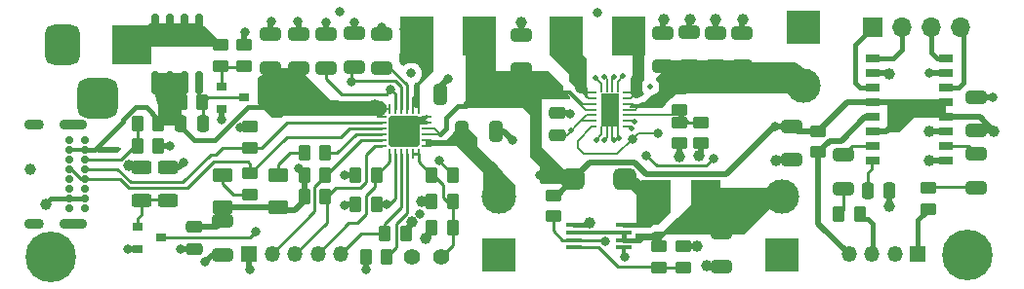
<source format=gtl>
G04 #@! TF.GenerationSoftware,KiCad,Pcbnew,(6.99.0-3780-g6ddc5c1a6e)*
G04 #@! TF.CreationDate,2022-10-12T10:17:30+02:00*
G04 #@! TF.ProjectId,BalthazarPSU3,42616c74-6861-47a6-9172-505355332e6b,v02*
G04 #@! TF.SameCoordinates,Original*
G04 #@! TF.FileFunction,Copper,L1,Top*
G04 #@! TF.FilePolarity,Positive*
%FSLAX46Y46*%
G04 Gerber Fmt 4.6, Leading zero omitted, Abs format (unit mm)*
G04 Created by KiCad (PCBNEW (6.99.0-3780-g6ddc5c1a6e)) date 2022-10-12 10:17:30*
%MOMM*%
%LPD*%
G01*
G04 APERTURE LIST*
G04 Aperture macros list*
%AMRoundRect*
0 Rectangle with rounded corners*
0 $1 Rounding radius*
0 $2 $3 $4 $5 $6 $7 $8 $9 X,Y pos of 4 corners*
0 Add a 4 corners polygon primitive as box body*
4,1,4,$2,$3,$4,$5,$6,$7,$8,$9,$2,$3,0*
0 Add four circle primitives for the rounded corners*
1,1,$1+$1,$2,$3*
1,1,$1+$1,$4,$5*
1,1,$1+$1,$6,$7*
1,1,$1+$1,$8,$9*
0 Add four rect primitives between the rounded corners*
20,1,$1+$1,$2,$3,$4,$5,0*
20,1,$1+$1,$4,$5,$6,$7,0*
20,1,$1+$1,$6,$7,$8,$9,0*
20,1,$1+$1,$8,$9,$2,$3,0*%
G04 Aperture macros list end*
G04 #@! TA.AperFunction,SMDPad,CuDef*
%ADD10O,0.600000X0.240000*%
G04 #@! TD*
G04 #@! TA.AperFunction,SMDPad,CuDef*
%ADD11R,1.580000X2.850000*%
G04 #@! TD*
G04 #@! TA.AperFunction,SMDPad,CuDef*
%ADD12R,0.200000X0.575000*%
G04 #@! TD*
G04 #@! TA.AperFunction,SMDPad,CuDef*
%ADD13RoundRect,0.250000X0.325000X0.650000X-0.325000X0.650000X-0.325000X-0.650000X0.325000X-0.650000X0*%
G04 #@! TD*
G04 #@! TA.AperFunction,SMDPad,CuDef*
%ADD14RoundRect,0.250000X-0.650000X0.325000X-0.650000X-0.325000X0.650000X-0.325000X0.650000X0.325000X0*%
G04 #@! TD*
G04 #@! TA.AperFunction,SMDPad,CuDef*
%ADD15RoundRect,0.250000X0.650000X-0.325000X0.650000X0.325000X-0.650000X0.325000X-0.650000X-0.325000X0*%
G04 #@! TD*
G04 #@! TA.AperFunction,SMDPad,CuDef*
%ADD16RoundRect,0.250000X0.250000X0.475000X-0.250000X0.475000X-0.250000X-0.475000X0.250000X-0.475000X0*%
G04 #@! TD*
G04 #@! TA.AperFunction,SMDPad,CuDef*
%ADD17RoundRect,0.250000X0.625000X-0.375000X0.625000X0.375000X-0.625000X0.375000X-0.625000X-0.375000X0*%
G04 #@! TD*
G04 #@! TA.AperFunction,SMDPad,CuDef*
%ADD18RoundRect,0.250000X-0.450000X0.262500X-0.450000X-0.262500X0.450000X-0.262500X0.450000X0.262500X0*%
G04 #@! TD*
G04 #@! TA.AperFunction,SMDPad,CuDef*
%ADD19RoundRect,0.250000X0.262500X0.450000X-0.262500X0.450000X-0.262500X-0.450000X0.262500X-0.450000X0*%
G04 #@! TD*
G04 #@! TA.AperFunction,SMDPad,CuDef*
%ADD20RoundRect,0.250000X-0.262500X-0.450000X0.262500X-0.450000X0.262500X0.450000X-0.262500X0.450000X0*%
G04 #@! TD*
G04 #@! TA.AperFunction,SMDPad,CuDef*
%ADD21RoundRect,0.250000X0.475000X-0.250000X0.475000X0.250000X-0.475000X0.250000X-0.475000X-0.250000X0*%
G04 #@! TD*
G04 #@! TA.AperFunction,SMDPad,CuDef*
%ADD22RoundRect,0.250000X0.450000X-0.262500X0.450000X0.262500X-0.450000X0.262500X-0.450000X-0.262500X0*%
G04 #@! TD*
G04 #@! TA.AperFunction,SMDPad,CuDef*
%ADD23R,1.300000X0.800000*%
G04 #@! TD*
G04 #@! TA.AperFunction,SMDPad,CuDef*
%ADD24RoundRect,0.062500X-0.350000X-0.062500X0.350000X-0.062500X0.350000X0.062500X-0.350000X0.062500X0*%
G04 #@! TD*
G04 #@! TA.AperFunction,SMDPad,CuDef*
%ADD25RoundRect,0.062500X-0.062500X-0.350000X0.062500X-0.350000X0.062500X0.350000X-0.062500X0.350000X0*%
G04 #@! TD*
G04 #@! TA.AperFunction,ComponentPad*
%ADD26C,0.500000*%
G04 #@! TD*
G04 #@! TA.AperFunction,SMDPad,CuDef*
%ADD27RoundRect,0.251100X-1.098900X-1.098900X1.098900X-1.098900X1.098900X1.098900X-1.098900X1.098900X0*%
G04 #@! TD*
G04 #@! TA.AperFunction,ComponentPad*
%ADD28C,1.400000*%
G04 #@! TD*
G04 #@! TA.AperFunction,ComponentPad*
%ADD29R,3.000000X3.000000*%
G04 #@! TD*
G04 #@! TA.AperFunction,ComponentPad*
%ADD30C,3.000000*%
G04 #@! TD*
G04 #@! TA.AperFunction,ComponentPad*
%ADD31C,0.700000*%
G04 #@! TD*
G04 #@! TA.AperFunction,ComponentPad*
%ADD32O,2.400000X0.900000*%
G04 #@! TD*
G04 #@! TA.AperFunction,ComponentPad*
%ADD33O,1.700000X0.900000*%
G04 #@! TD*
G04 #@! TA.AperFunction,SMDPad,CuDef*
%ADD34R,2.950000X3.500000*%
G04 #@! TD*
G04 #@! TA.AperFunction,ComponentPad*
%ADD35RoundRect,0.875000X-0.875000X-0.875000X0.875000X-0.875000X0.875000X0.875000X-0.875000X0.875000X0*%
G04 #@! TD*
G04 #@! TA.AperFunction,ComponentPad*
%ADD36R,3.500000X3.500000*%
G04 #@! TD*
G04 #@! TA.AperFunction,ComponentPad*
%ADD37RoundRect,0.750000X-0.750000X-1.000000X0.750000X-1.000000X0.750000X1.000000X-0.750000X1.000000X0*%
G04 #@! TD*
G04 #@! TA.AperFunction,SMDPad,CuDef*
%ADD38R,0.900000X0.800000*%
G04 #@! TD*
G04 #@! TA.AperFunction,ComponentPad*
%ADD39R,1.700000X1.700000*%
G04 #@! TD*
G04 #@! TA.AperFunction,ComponentPad*
%ADD40O,1.700000X1.700000*%
G04 #@! TD*
G04 #@! TA.AperFunction,ComponentPad*
%ADD41R,1.350000X1.350000*%
G04 #@! TD*
G04 #@! TA.AperFunction,ComponentPad*
%ADD42O,1.350000X1.350000*%
G04 #@! TD*
G04 #@! TA.AperFunction,SMDPad,CuDef*
%ADD43RoundRect,0.250000X-0.625000X0.312500X-0.625000X-0.312500X0.625000X-0.312500X0.625000X0.312500X0*%
G04 #@! TD*
G04 #@! TA.AperFunction,SMDPad,CuDef*
%ADD44RoundRect,0.250000X0.625000X-0.312500X0.625000X0.312500X-0.625000X0.312500X-0.625000X-0.312500X0*%
G04 #@! TD*
G04 #@! TA.AperFunction,ComponentPad*
%ADD45C,4.400000*%
G04 #@! TD*
G04 #@! TA.AperFunction,SMDPad,CuDef*
%ADD46RoundRect,0.150000X0.150000X-0.825000X0.150000X0.825000X-0.150000X0.825000X-0.150000X-0.825000X0*%
G04 #@! TD*
G04 #@! TA.AperFunction,SMDPad,CuDef*
%ADD47RoundRect,0.450000X-0.550000X-0.450000X0.550000X-0.450000X0.550000X0.450000X-0.550000X0.450000X0*%
G04 #@! TD*
G04 #@! TA.AperFunction,SMDPad,CuDef*
%ADD48R,2.500000X2.300000*%
G04 #@! TD*
G04 #@! TA.AperFunction,SMDPad,CuDef*
%ADD49R,1.450000X0.450000*%
G04 #@! TD*
G04 #@! TA.AperFunction,ViaPad*
%ADD50C,0.800000*%
G04 #@! TD*
G04 #@! TA.AperFunction,ViaPad*
%ADD51C,1.000000*%
G04 #@! TD*
G04 #@! TA.AperFunction,ViaPad*
%ADD52C,0.500000*%
G04 #@! TD*
G04 #@! TA.AperFunction,Conductor*
%ADD53C,0.250000*%
G04 #@! TD*
G04 #@! TA.AperFunction,Conductor*
%ADD54C,0.500000*%
G04 #@! TD*
G04 #@! TA.AperFunction,Conductor*
%ADD55C,0.400000*%
G04 #@! TD*
G04 #@! TA.AperFunction,Conductor*
%ADD56C,0.300000*%
G04 #@! TD*
G04 #@! TA.AperFunction,Conductor*
%ADD57C,0.200000*%
G04 #@! TD*
G04 #@! TA.AperFunction,Conductor*
%ADD58C,0.450000*%
G04 #@! TD*
G04 #@! TA.AperFunction,Conductor*
%ADD59C,0.350000*%
G04 #@! TD*
G04 #@! TA.AperFunction,Conductor*
%ADD60C,1.000000*%
G04 #@! TD*
G04 APERTURE END LIST*
D10*
X153849999Y-69457499D03*
X153849999Y-68957499D03*
X153849999Y-68457499D03*
X153849999Y-67957499D03*
X153849999Y-67457499D03*
X153849999Y-66957499D03*
X153849999Y-66457499D03*
X151049999Y-66457499D03*
X151049999Y-66957499D03*
X151049999Y-67457499D03*
X151049999Y-67957499D03*
X151049999Y-68457499D03*
X151049999Y-68957499D03*
X151049999Y-69457499D03*
D11*
X152449999Y-67957499D03*
D12*
X151759999Y-69669999D03*
X153139999Y-69669999D03*
X152679999Y-69669999D03*
X152219999Y-69669999D03*
X152219999Y-66244999D03*
X151759999Y-66244999D03*
X152679999Y-66244999D03*
X153139999Y-66244999D03*
D13*
X142575000Y-69850000D03*
X139625000Y-69850000D03*
D14*
X132715000Y-61390000D03*
X132715000Y-64340000D03*
X184277000Y-66851000D03*
X184277000Y-69801000D03*
X118872000Y-77646000D03*
X118872000Y-80596000D03*
X125476000Y-61390000D03*
X125476000Y-64340000D03*
D15*
X168275000Y-72341000D03*
X168275000Y-69391000D03*
X184277000Y-74754000D03*
X184277000Y-71804000D03*
D16*
X176718000Y-75057000D03*
X174818000Y-75057000D03*
D15*
X172720000Y-74832000D03*
X172720000Y-71882000D03*
D14*
X127889000Y-61390000D03*
X127889000Y-64340000D03*
D13*
X140730500Y-66611500D03*
X137780500Y-66611500D03*
D17*
X118872000Y-76457000D03*
X118872000Y-73657000D03*
X123698000Y-76457000D03*
X123698000Y-73657000D03*
D18*
X121285000Y-73509500D03*
X121285000Y-75334500D03*
D19*
X127785500Y-71755000D03*
X125960500Y-71755000D03*
X133119500Y-80772000D03*
X131294500Y-80772000D03*
X138837500Y-73660000D03*
X137012500Y-73660000D03*
D18*
X180086000Y-74779500D03*
X180086000Y-76604500D03*
D19*
X138834500Y-75946000D03*
X137009500Y-75946000D03*
D20*
X172315500Y-77089000D03*
X174140500Y-77089000D03*
D21*
X147955000Y-70165000D03*
X147955000Y-68265000D03*
D15*
X157099000Y-64213000D03*
X157099000Y-61263000D03*
X163957000Y-64216000D03*
X163957000Y-61266000D03*
X159385000Y-64210000D03*
X159385000Y-61260000D03*
X161671000Y-64213000D03*
X161671000Y-61263000D03*
D14*
X123063000Y-61390000D03*
X123063000Y-64340000D03*
D15*
X144780000Y-64418000D03*
X144780000Y-61468000D03*
D22*
X158496000Y-67968500D03*
X158496000Y-66143500D03*
X158496000Y-70889500D03*
X158496000Y-69064500D03*
D20*
X137009500Y-78232000D03*
X138834500Y-78232000D03*
D14*
X130302000Y-61341000D03*
X130302000Y-64291000D03*
D23*
X175284999Y-63494999D03*
X175284999Y-64774999D03*
X175284999Y-66034999D03*
X175284999Y-67304999D03*
X175284999Y-68584999D03*
X175284999Y-69854999D03*
X175284999Y-71114999D03*
X175284999Y-72394999D03*
X181584999Y-72394999D03*
X181584999Y-71114999D03*
X181584999Y-69854999D03*
X181584999Y-68584999D03*
X181584999Y-67304999D03*
X181584999Y-66034999D03*
X181584999Y-64774999D03*
X181584999Y-63494999D03*
D18*
X170561000Y-69826500D03*
X170561000Y-71651500D03*
D24*
X132657500Y-68600000D03*
X132657500Y-69100000D03*
X132657500Y-69600000D03*
X132657500Y-70100000D03*
X132657500Y-70600000D03*
X132657500Y-71100000D03*
D25*
X133370000Y-71812500D03*
X133870000Y-71812500D03*
X134370000Y-71812500D03*
X134870000Y-71812500D03*
X135370000Y-71812500D03*
X135870000Y-71812500D03*
D24*
X136582500Y-71100000D03*
X136582500Y-70600000D03*
X136582500Y-70100000D03*
X136582500Y-69600000D03*
X136582500Y-69100000D03*
X136582500Y-68600000D03*
D25*
X135870000Y-67887500D03*
X135370000Y-67887500D03*
X134870000Y-67887500D03*
X134370000Y-67887500D03*
X133870000Y-67887500D03*
X133370000Y-67887500D03*
D26*
X133520000Y-68750000D03*
X133520000Y-69850000D03*
X133520000Y-70950000D03*
X134620000Y-68750000D03*
X134620000Y-69850000D03*
D27*
X134620000Y-69850000D03*
D26*
X134620000Y-70950000D03*
X135720000Y-68750000D03*
X135720000Y-69850000D03*
X135720000Y-70950000D03*
D28*
X135275000Y-80772000D03*
X137815000Y-80772000D03*
D22*
X147574000Y-77239500D03*
X147574000Y-75414500D03*
D29*
X142874999Y-80644999D03*
D30*
X142875000Y-75565000D03*
D29*
X169290999Y-60832999D03*
D30*
X169291000Y-65913000D03*
D29*
X167385999Y-80644999D03*
D30*
X167386000Y-75565000D03*
D31*
X106895000Y-70612000D03*
X106895000Y-71462000D03*
X106895000Y-72312000D03*
X106895000Y-73162000D03*
X106895000Y-74012000D03*
X106895000Y-74862000D03*
X106895000Y-75712000D03*
X106895000Y-76562000D03*
X105545000Y-76562000D03*
X105545000Y-75712000D03*
X105545000Y-74862000D03*
X105545000Y-74012000D03*
X105545000Y-73162000D03*
X105545000Y-72312000D03*
X105545000Y-71462000D03*
X105545000Y-70612000D03*
D32*
X105914999Y-69261999D03*
D33*
X102534999Y-69261999D03*
D32*
X105914999Y-77911999D03*
D33*
X102534999Y-77911999D03*
D34*
X135704999Y-61594999D03*
X141154999Y-61594999D03*
X148658999Y-61594999D03*
X154108999Y-61594999D03*
D35*
X107998000Y-66988500D03*
D36*
X110997999Y-62288499D03*
D37*
X104998000Y-62288500D03*
D21*
X116459000Y-80071000D03*
X116459000Y-78171000D03*
D16*
X117155000Y-69215000D03*
X115255000Y-69215000D03*
D38*
X111521999Y-78170999D03*
X111521999Y-80070999D03*
X113521999Y-79120999D03*
X118760999Y-65978999D03*
X118760999Y-67878999D03*
X120760999Y-66928999D03*
D20*
X111482500Y-69215000D03*
X113307500Y-69215000D03*
D19*
X113307500Y-71120000D03*
X111482500Y-71120000D03*
D18*
X118745000Y-62333500D03*
X118745000Y-64158500D03*
D22*
X120777000Y-64158500D03*
X120777000Y-62333500D03*
D20*
X115292500Y-67310000D03*
X117117500Y-67310000D03*
D19*
X132230500Y-73660000D03*
X130405500Y-73660000D03*
X127785500Y-75565000D03*
X125960500Y-75565000D03*
X127785500Y-73660000D03*
X125960500Y-73660000D03*
D20*
X132942500Y-78740000D03*
X134767500Y-78740000D03*
D18*
X121285000Y-69445500D03*
X121285000Y-71270500D03*
D19*
X132227500Y-76200000D03*
X130402500Y-76200000D03*
D39*
X175259999Y-60832999D03*
D40*
X177799999Y-60832999D03*
X180339999Y-60832999D03*
X182879999Y-60832999D03*
D41*
X121157999Y-80517999D03*
D42*
X123157999Y-80517999D03*
X125157999Y-80517999D03*
X127157999Y-80517999D03*
X129157999Y-80517999D03*
D41*
X179196999Y-80517999D03*
D42*
X177196999Y-80517999D03*
X175196999Y-80517999D03*
X173196999Y-80517999D03*
D43*
X111887000Y-72959500D03*
X111887000Y-75884500D03*
D44*
X114173000Y-75884500D03*
X114173000Y-72959500D03*
D45*
X104013000Y-80772000D03*
X183515000Y-80645000D03*
D46*
X113030000Y-65594000D03*
X114300000Y-65594000D03*
X115570000Y-65594000D03*
X116840000Y-65594000D03*
X116840000Y-60644000D03*
X115570000Y-60644000D03*
X114300000Y-60644000D03*
X113030000Y-60644000D03*
D14*
X162179000Y-78662000D03*
X162179000Y-81612000D03*
D18*
X158877000Y-79859500D03*
X158877000Y-81684500D03*
D22*
X156718000Y-81684500D03*
X156718000Y-79859500D03*
D47*
X149261000Y-74041000D03*
X153761000Y-74041000D03*
D48*
X160772999Y-75183999D03*
X156472999Y-75183999D03*
D22*
X160401000Y-70889500D03*
X160401000Y-69064500D03*
D49*
X149310999Y-78018999D03*
X149310999Y-78668999D03*
X149310999Y-79318999D03*
X149310999Y-79968999D03*
X153710999Y-79968999D03*
X153710999Y-79318999D03*
X153710999Y-78668999D03*
X153710999Y-78018999D03*
D50*
X180213000Y-64770000D03*
X151384000Y-59499500D03*
X138430000Y-65278000D03*
D51*
X161670000Y-60090000D03*
X160830000Y-81580000D03*
D50*
X115270000Y-80140000D03*
X185640000Y-66890000D03*
X144018000Y-70612000D03*
D52*
X151260000Y-70580000D03*
D51*
X102210000Y-73160000D03*
D50*
X123070000Y-60260000D03*
D51*
X166880000Y-72380000D03*
X159390000Y-60090000D03*
D50*
X136017000Y-77089000D03*
D52*
X153620000Y-65050000D03*
X152800000Y-70610000D03*
D50*
X120800000Y-61190000D03*
D51*
X136460000Y-79150000D03*
X163960000Y-60100000D03*
D50*
X153750000Y-80740000D03*
D51*
X180150000Y-72410000D03*
D50*
X152450000Y-67490000D03*
D52*
X152000000Y-65080000D03*
D51*
X144750000Y-60350000D03*
D52*
X152850000Y-65080000D03*
D50*
X121210000Y-81890000D03*
X135250000Y-64800000D03*
D51*
X157120000Y-60090000D03*
D52*
X151980000Y-70610000D03*
D50*
X114260000Y-71120000D03*
X127890000Y-60350000D03*
D51*
X158508711Y-72034550D03*
D50*
X152430000Y-68530000D03*
D52*
X154625094Y-68999724D03*
D51*
X136110000Y-75950000D03*
D50*
X130310000Y-60360000D03*
X129032000Y-59436000D03*
D52*
X155990000Y-65970000D03*
X153251000Y-70411906D03*
D50*
X131360000Y-81900000D03*
D51*
X150745744Y-77819500D03*
D50*
X118770000Y-68840000D03*
X110620000Y-80110000D03*
D51*
X160030000Y-79880000D03*
X135270000Y-77770000D03*
D50*
X120355408Y-69545256D03*
X125400000Y-60260000D03*
D52*
X151250000Y-65160000D03*
D51*
X176720000Y-64820000D03*
X160180000Y-71980000D03*
X180130000Y-69880000D03*
X176710000Y-76400000D03*
D50*
X117380000Y-81230000D03*
X115490000Y-72540000D03*
X149020000Y-68290000D03*
X132715000Y-60833000D03*
X166830000Y-69440000D03*
D51*
X185790000Y-69830000D03*
D50*
X129470000Y-73690000D03*
X129430000Y-76280000D03*
X146410000Y-73650000D03*
X125440000Y-73040000D03*
X122428000Y-67564000D03*
X122428000Y-66040000D03*
D51*
X103520000Y-76180000D03*
X123190000Y-65190000D03*
X132080000Y-67570000D03*
D50*
X152037724Y-79418500D03*
X155350000Y-77700000D03*
X130048000Y-65532000D03*
X137705000Y-72390000D03*
X155650000Y-71930000D03*
X161430000Y-72190000D03*
X121793000Y-78613000D03*
X133096000Y-76200000D03*
X134620000Y-60960000D03*
X159430000Y-66120000D03*
D51*
X110760000Y-72780000D03*
D50*
X133477000Y-66197020D03*
D52*
X149110000Y-69810000D03*
X154346607Y-69586493D03*
D50*
X156660000Y-70030000D03*
X154400000Y-70550000D03*
D53*
X133870000Y-75670000D02*
X133870000Y-71812500D01*
D54*
X118014000Y-80596000D02*
X117380000Y-81230000D01*
X118872000Y-80596000D02*
X118014000Y-80596000D01*
X166919000Y-72341000D02*
X166880000Y-72380000D01*
X175285000Y-64775000D02*
X176675000Y-64775000D01*
D55*
X136114000Y-75946000D02*
X136110000Y-75950000D01*
D54*
X118761000Y-67879000D02*
X118761000Y-68831000D01*
X163957000Y-60103000D02*
X163960000Y-60100000D01*
X160009500Y-79859500D02*
X160030000Y-79880000D01*
X158877000Y-79859500D02*
X160009500Y-79859500D01*
X168275000Y-72341000D02*
X166919000Y-72341000D01*
X130302000Y-61341000D02*
X130302000Y-60368000D01*
D56*
X136432500Y-68750000D02*
X135720000Y-68750000D01*
D57*
X154582870Y-68957500D02*
X154625094Y-68999724D01*
D54*
X159385000Y-60095000D02*
X159390000Y-60090000D01*
D57*
X152220000Y-69670000D02*
X152220000Y-70370000D01*
D54*
X123063000Y-61390000D02*
X123063000Y-60267000D01*
X160401000Y-70889500D02*
X160401000Y-71759000D01*
X120777000Y-61213000D02*
X120800000Y-61190000D01*
D56*
X136070000Y-69100000D02*
X135720000Y-68750000D01*
D55*
X137009500Y-75946000D02*
X136114000Y-75946000D01*
D54*
X159385000Y-61260000D02*
X159385000Y-60095000D01*
D57*
X152220000Y-66245000D02*
X152220000Y-65300000D01*
X152680000Y-65250000D02*
X152850000Y-65080000D01*
X151760000Y-70080000D02*
X151260000Y-70580000D01*
D54*
X181585000Y-64775000D02*
X180218000Y-64775000D01*
X158496000Y-70889500D02*
X158496000Y-72021839D01*
X111522000Y-80071000D02*
X110659000Y-80071000D01*
X181585000Y-72395000D02*
X180165000Y-72395000D01*
X131294500Y-80772000D02*
X131294500Y-81834500D01*
X181585000Y-69855000D02*
X180155000Y-69855000D01*
X144780000Y-61468000D02*
X144780000Y-60380000D01*
D56*
X136582500Y-68600000D02*
X136432500Y-68750000D01*
D54*
X163957000Y-61266000D02*
X163957000Y-60103000D01*
X127889000Y-61390000D02*
X127889000Y-60351000D01*
X160862000Y-81612000D02*
X160830000Y-81580000D01*
X176718000Y-75057000D02*
X176718000Y-76392000D01*
X162179000Y-81612000D02*
X160862000Y-81612000D01*
X121158000Y-80518000D02*
X121158000Y-81838000D01*
X142575000Y-69850000D02*
X143256000Y-69850000D01*
X120455164Y-69445500D02*
X120355408Y-69545256D01*
D57*
X152680000Y-69670000D02*
X152680000Y-70490000D01*
D54*
X148995000Y-68265000D02*
X149020000Y-68290000D01*
D57*
X151760000Y-65670000D02*
X151250000Y-65160000D01*
D54*
X120777000Y-62333500D02*
X120777000Y-61213000D01*
D55*
X149311000Y-78019000D02*
X150546244Y-78019000D01*
D54*
X121158000Y-81838000D02*
X121210000Y-81890000D01*
X143256000Y-69850000D02*
X144018000Y-70612000D01*
X115339000Y-80071000D02*
X115270000Y-80140000D01*
D57*
X152680000Y-70490000D02*
X152800000Y-70610000D01*
D55*
X137009500Y-78600500D02*
X136460000Y-79150000D01*
D57*
X153140000Y-65530000D02*
X153620000Y-65050000D01*
X153850000Y-68957500D02*
X154582870Y-68957500D01*
D55*
X134767500Y-78272500D02*
X135270000Y-77770000D01*
D54*
X116459000Y-80071000D02*
X115339000Y-80071000D01*
D57*
X152220000Y-70370000D02*
X151980000Y-70610000D01*
D54*
X147955000Y-68265000D02*
X148995000Y-68265000D01*
X131294500Y-81834500D02*
X131360000Y-81900000D01*
X125476000Y-61390000D02*
X125476000Y-60336000D01*
D56*
X136582500Y-69100000D02*
X136070000Y-69100000D01*
D54*
X137780500Y-65927500D02*
X138430000Y-65278000D01*
D56*
X153711000Y-79969000D02*
X153711000Y-80701000D01*
D57*
X151760000Y-66245000D02*
X151760000Y-65670000D01*
D55*
X137009500Y-78232000D02*
X137009500Y-78600500D01*
D57*
X153140000Y-70300906D02*
X153251000Y-70411906D01*
D54*
X157099000Y-60111000D02*
X157120000Y-60090000D01*
D55*
X134767500Y-78740000D02*
X134767500Y-78272500D01*
D54*
X185601000Y-66851000D02*
X185640000Y-66890000D01*
X127889000Y-60351000D02*
X127890000Y-60350000D01*
D55*
X150546244Y-78019000D02*
X150745744Y-77819500D01*
D56*
X153711000Y-80701000D02*
X153750000Y-80740000D01*
D54*
X125476000Y-60336000D02*
X125400000Y-60260000D01*
X110659000Y-80071000D02*
X110620000Y-80110000D01*
X180155000Y-69855000D02*
X180130000Y-69880000D01*
D57*
X152220000Y-65300000D02*
X152000000Y-65080000D01*
D54*
X123063000Y-60267000D02*
X123070000Y-60260000D01*
X184277000Y-66851000D02*
X185601000Y-66851000D01*
X157099000Y-61263000D02*
X157099000Y-60111000D01*
D57*
X153140000Y-66245000D02*
X153140000Y-65530000D01*
D54*
X160401000Y-71759000D02*
X160180000Y-71980000D01*
X137780500Y-66611500D02*
X137780500Y-65927500D01*
D57*
X152680000Y-66245000D02*
X152680000Y-65250000D01*
D54*
X118761000Y-68831000D02*
X118770000Y-68840000D01*
X180218000Y-64775000D02*
X180213000Y-64770000D01*
X113307500Y-71120000D02*
X114260000Y-71120000D01*
X158496000Y-72021839D02*
X158508711Y-72034550D01*
D57*
X153140000Y-69670000D02*
X153140000Y-70300906D01*
D54*
X121285000Y-69445500D02*
X120455164Y-69445500D01*
D57*
X151760000Y-69670000D02*
X151760000Y-70080000D01*
D54*
X176675000Y-64775000D02*
X176720000Y-64820000D01*
X161671000Y-60091000D02*
X161670000Y-60090000D01*
X176718000Y-76392000D02*
X176710000Y-76400000D01*
X144780000Y-60380000D02*
X144750000Y-60350000D01*
X180165000Y-72395000D02*
X180150000Y-72410000D01*
X161671000Y-61263000D02*
X161671000Y-60091000D01*
X130302000Y-60368000D02*
X130310000Y-60360000D01*
X115070500Y-72959500D02*
X115490000Y-72540000D01*
X114173000Y-72959500D02*
X115070500Y-72959500D01*
D53*
X132728000Y-60846000D02*
X132715000Y-60833000D01*
X132715000Y-60833000D02*
X132715000Y-61722000D01*
X136557500Y-70739000D02*
X139591500Y-70739000D01*
D57*
X149140000Y-66740000D02*
X148940000Y-66540000D01*
D54*
X176705000Y-67305000D02*
X177070000Y-67670000D01*
X170561000Y-69826500D02*
X173082500Y-67305000D01*
D57*
X136582500Y-69600000D02*
X137240000Y-69600000D01*
D54*
X125960500Y-73660000D02*
X125960500Y-75565000D01*
X168275000Y-69391000D02*
X166879000Y-69391000D01*
X175285000Y-67305000D02*
X176705000Y-67305000D01*
X147887500Y-75414500D02*
X149261000Y-74041000D01*
X184277000Y-69801000D02*
X185761000Y-69801000D01*
D57*
X151050000Y-67957500D02*
X150357500Y-67957500D01*
D54*
X184545000Y-68585000D02*
X185790000Y-69830000D01*
D58*
X140730500Y-66611500D02*
X139960000Y-67382000D01*
D54*
X168710500Y-69826500D02*
X168275000Y-69391000D01*
X170561000Y-69826500D02*
X168710500Y-69826500D01*
D57*
X150357500Y-67957500D02*
X149140000Y-66740000D01*
D54*
X175285000Y-69855000D02*
X176435000Y-69855000D01*
X177070000Y-69220000D02*
X177070000Y-67670000D01*
X166830000Y-69440000D02*
X166720000Y-69440000D01*
X147574000Y-75414500D02*
X147887500Y-75414500D01*
X118872000Y-77646000D02*
X118872000Y-76457000D01*
X130405500Y-73660000D02*
X129500000Y-73660000D01*
D58*
X138250000Y-69590000D02*
X137740000Y-70100000D01*
D54*
X125440000Y-73139500D02*
X125960500Y-73660000D01*
D57*
X136582500Y-70100000D02*
X137740000Y-70100000D01*
D54*
X140730500Y-66611500D02*
X140260000Y-67082000D01*
X116459000Y-78171000D02*
X118347000Y-78171000D01*
X123698000Y-76457000D02*
X118872000Y-76457000D01*
X173082500Y-67305000D02*
X175285000Y-67305000D01*
D58*
X139960000Y-67382000D02*
X139960000Y-67683590D01*
D54*
X148870000Y-73650000D02*
X149261000Y-74041000D01*
X185761000Y-69801000D02*
X185790000Y-69830000D01*
X125110000Y-76700000D02*
X123941000Y-76700000D01*
D57*
X148940000Y-66540000D02*
X148180000Y-66540000D01*
D54*
X118347000Y-78171000D02*
X118872000Y-77646000D01*
D57*
X137240000Y-69600000D02*
X137740000Y-70100000D01*
D54*
X162576000Y-73584000D02*
X155654000Y-73584000D01*
D58*
X139276410Y-67683590D02*
X138250000Y-68710000D01*
D54*
X130402500Y-76200000D02*
X129510000Y-76200000D01*
X181585000Y-68585000D02*
X184545000Y-68585000D01*
X129500000Y-73660000D02*
X129470000Y-73690000D01*
X166720000Y-69440000D02*
X162576000Y-73584000D01*
D57*
X149410000Y-66780000D02*
X149020000Y-66390000D01*
D54*
X155654000Y-73584000D02*
X154640000Y-72570000D01*
X129510000Y-76200000D02*
X129430000Y-76280000D01*
D57*
X150087500Y-67457500D02*
X149410000Y-66780000D01*
D54*
X146410000Y-73650000D02*
X148870000Y-73650000D01*
X123941000Y-76700000D02*
X123698000Y-76457000D01*
X125960500Y-75849500D02*
X125110000Y-76700000D01*
X154640000Y-72570000D02*
X150732000Y-72570000D01*
X125440000Y-73040000D02*
X125440000Y-73139500D01*
D58*
X138250000Y-68710000D02*
X138250000Y-69590000D01*
D54*
X166879000Y-69391000D02*
X166830000Y-69440000D01*
X150732000Y-72570000D02*
X149261000Y-74041000D01*
D57*
X149020000Y-66390000D02*
X148210000Y-66390000D01*
X151050000Y-67457500D02*
X150087500Y-67457500D01*
D54*
X125960500Y-75565000D02*
X125960500Y-75849500D01*
X176435000Y-69855000D02*
X177070000Y-69220000D01*
D58*
X139960000Y-67683590D02*
X139276410Y-67683590D01*
D55*
X103988000Y-75712000D02*
X105545000Y-75712000D01*
X118190000Y-70580000D02*
X121041000Y-67729000D01*
X116400000Y-70580000D02*
X118190000Y-70580000D01*
X115255000Y-69215000D02*
X115255000Y-69435000D01*
X103520000Y-76180000D02*
X103988000Y-75712000D01*
D59*
X105497000Y-71462000D02*
X106847000Y-71462000D01*
D55*
X113307500Y-69215000D02*
X113307500Y-68817500D01*
D57*
X132657500Y-68147500D02*
X132080000Y-67570000D01*
X133370000Y-67887500D02*
X132397500Y-67887500D01*
D55*
X110260000Y-68805761D02*
X110260000Y-69020000D01*
D54*
X123063000Y-65063000D02*
X123190000Y-65190000D01*
D55*
X115255000Y-69435000D02*
X116400000Y-70580000D01*
X111325761Y-67740000D02*
X110260000Y-68805761D01*
D54*
X123063000Y-64340000D02*
X123063000Y-65063000D01*
D53*
X122428000Y-67564000D02*
X122428000Y-66040000D01*
D57*
X132657500Y-68600000D02*
X132657500Y-68147500D01*
X132397500Y-67887500D02*
X132080000Y-67570000D01*
D55*
X112230000Y-67740000D02*
X111325761Y-67740000D01*
X110260000Y-69020000D02*
X107818000Y-71462000D01*
X107818000Y-71462000D02*
X106895000Y-71462000D01*
X105545000Y-75712000D02*
X106895000Y-75712000D01*
X122263000Y-67729000D02*
X122428000Y-67564000D01*
X113307500Y-68817500D02*
X112230000Y-67740000D01*
X121041000Y-67729000D02*
X122263000Y-67729000D01*
D53*
X184215000Y-74692000D02*
X180086000Y-74692000D01*
X184277000Y-74754000D02*
X184215000Y-74692000D01*
X149311000Y-79319000D02*
X148361978Y-79319000D01*
X148361978Y-79319000D02*
X147574000Y-78531022D01*
X147574000Y-78531022D02*
X147574000Y-77239500D01*
X149311000Y-79319000D02*
X151938224Y-79319000D01*
X151938224Y-79319000D02*
X152037724Y-79418500D01*
X172720000Y-76684500D02*
X172720000Y-74832000D01*
X172315500Y-77089000D02*
X172720000Y-76684500D01*
D55*
X153711000Y-78019000D02*
X155891000Y-78019000D01*
X153761000Y-74122000D02*
X153761000Y-74041000D01*
X154823000Y-75184000D02*
X153761000Y-74122000D01*
X156473000Y-77437000D02*
X156473000Y-75184000D01*
X155891000Y-78019000D02*
X156473000Y-77437000D01*
X156473000Y-75184000D02*
X154823000Y-75184000D01*
X153711000Y-79319000D02*
X155011000Y-79319000D01*
X155011000Y-79319000D02*
X155240000Y-79090000D01*
X156718000Y-79098000D02*
X156718000Y-79859500D01*
D56*
X149311000Y-78669000D02*
X153711000Y-78669000D01*
D55*
X155240000Y-79060000D02*
X155260000Y-79040000D01*
X155240000Y-79090000D02*
X155240000Y-79060000D01*
X153711000Y-79319000D02*
X153711000Y-78669000D01*
D53*
X117142500Y-67397500D02*
X117230000Y-67310000D01*
X117611000Y-66929000D02*
X117230000Y-67310000D01*
X116840000Y-66920000D02*
X117230000Y-67310000D01*
X120761000Y-66929000D02*
X117611000Y-66929000D01*
X117142500Y-69215000D02*
X117142500Y-67397500D01*
X116840000Y-65594000D02*
X116840000Y-66920000D01*
X133380000Y-64340000D02*
X132715000Y-64340000D01*
X134870000Y-67887500D02*
X134870000Y-65830000D01*
X134870000Y-65830000D02*
X133380000Y-64340000D01*
X183588000Y-71115000D02*
X184277000Y-71804000D01*
X181585000Y-71115000D02*
X183588000Y-71115000D01*
X175185000Y-72390000D02*
X175185000Y-73100000D01*
X174818000Y-73467000D02*
X174818000Y-75057000D01*
X175185000Y-73100000D02*
X174818000Y-73467000D01*
X175285000Y-71115000D02*
X173487000Y-71115000D01*
X173487000Y-71115000D02*
X172720000Y-71882000D01*
X137705000Y-72440000D02*
X137705000Y-72390000D01*
X130048000Y-64545000D02*
X130302000Y-64291000D01*
X134370000Y-65986996D02*
X133855014Y-65472010D01*
X138925000Y-73660000D02*
X137705000Y-72440000D01*
X133855014Y-65472010D02*
X130107990Y-65472010D01*
X130107990Y-65472010D02*
X130048000Y-65532000D01*
X130048000Y-65532000D02*
X130048000Y-64545000D01*
X134370000Y-67887500D02*
X134370000Y-65986996D01*
X118872000Y-74422000D02*
X118872000Y-73657000D01*
X119784500Y-75334500D02*
X118872000Y-74422000D01*
X121285000Y-75334500D02*
X119784500Y-75334500D01*
X123698000Y-72771000D02*
X123698000Y-73530000D01*
X124714000Y-71755000D02*
X123698000Y-72771000D01*
X125960500Y-71755000D02*
X124714000Y-71755000D01*
X161430000Y-72190000D02*
X160760950Y-72859050D01*
X160760950Y-72859050D02*
X156579050Y-72859050D01*
X156579050Y-72859050D02*
X155650000Y-71930000D01*
X124968000Y-69100000D02*
X132657500Y-69100000D01*
X124448000Y-69100000D02*
X124956000Y-69100000D01*
X118260500Y-71882000D02*
X118872000Y-71270500D01*
X118872000Y-71270500D02*
X122277500Y-71270500D01*
X109738718Y-73162000D02*
X110873728Y-74297010D01*
X117856000Y-71882000D02*
X118260500Y-71882000D01*
X106895000Y-73162000D02*
X109738718Y-73162000D01*
X110873728Y-74297010D02*
X115440990Y-74297010D01*
X115440990Y-74297010D02*
X117856000Y-71882000D01*
X122277500Y-71270500D02*
X124448000Y-69100000D01*
X118113000Y-72514000D02*
X120399000Y-72514000D01*
X121285000Y-73509500D02*
X121285000Y-72765000D01*
X121285000Y-72765000D02*
X121034000Y-72514000D01*
X124436500Y-70358000D02*
X129159000Y-70358000D01*
X106631511Y-74012000D02*
X106895000Y-74012000D01*
X105781511Y-73162000D02*
X106631511Y-74012000D01*
X115824000Y-74803000D02*
X118113000Y-72514000D01*
X105545000Y-73162000D02*
X105781511Y-73162000D01*
X121285000Y-73509500D02*
X124436500Y-70358000D01*
X129917000Y-69600000D02*
X132657500Y-69600000D01*
X129159000Y-70358000D02*
X129917000Y-69600000D01*
X121034000Y-72514000D02*
X120399000Y-72514000D01*
X110744000Y-74803000D02*
X115824000Y-74803000D01*
X106895000Y-74012000D02*
X109953000Y-74012000D01*
X109953000Y-74012000D02*
X110744000Y-74803000D01*
X130433000Y-70100000D02*
X128778000Y-71755000D01*
X132682500Y-70100000D02*
X130433000Y-70100000D01*
X128778000Y-71755000D02*
X127785500Y-71755000D01*
X123158000Y-80518000D02*
X123190000Y-80518000D01*
X123190000Y-80518000D02*
X126873000Y-76835000D01*
X126873000Y-74682000D02*
X130931978Y-70623022D01*
X130931978Y-70623022D02*
X132659478Y-70623022D01*
X126873000Y-76835000D02*
X126873000Y-74682000D01*
X132682500Y-71100000D02*
X132080000Y-71120000D01*
X131318000Y-71882000D02*
X131318000Y-74295000D01*
X131318000Y-74295000D02*
X130810000Y-74803000D01*
X132100000Y-71100000D02*
X132682500Y-71100000D01*
X127898000Y-75565000D02*
X127898000Y-77778000D01*
X130810000Y-74803000D02*
X128660000Y-74803000D01*
X132080000Y-71120000D02*
X131318000Y-71882000D01*
X127898000Y-77778000D02*
X125158000Y-80518000D01*
X128660000Y-74803000D02*
X127898000Y-75565000D01*
X129794000Y-77851000D02*
X127158000Y-80487000D01*
X131318000Y-77089000D02*
X130556000Y-77851000D01*
X132089000Y-74667000D02*
X131318000Y-75438000D01*
X132089000Y-74667000D02*
X132089000Y-73801500D01*
X127158000Y-80487000D02*
X127158000Y-80518000D01*
X133370000Y-72520500D02*
X133370000Y-71787500D01*
X132089000Y-73801500D02*
X133370000Y-72520500D01*
X131318000Y-75438000D02*
X131318000Y-77089000D01*
X130556000Y-77851000D02*
X129794000Y-77851000D01*
X121285000Y-79121000D02*
X121793000Y-78613000D01*
X133340000Y-76200000D02*
X132227500Y-76200000D01*
X133870000Y-75670000D02*
X133340000Y-76200000D01*
X113522000Y-79121000D02*
X121285000Y-79121000D01*
X132942500Y-77877500D02*
X134370000Y-76450000D01*
X129158000Y-80518000D02*
X129159000Y-80518000D01*
X130937000Y-78740000D02*
X132942500Y-78740000D01*
X132942500Y-78740000D02*
X132942500Y-77877500D01*
X134370000Y-76450000D02*
X134370000Y-71787500D01*
X129159000Y-80518000D02*
X130937000Y-78740000D01*
X133930480Y-79961020D02*
X133930480Y-77905520D01*
X134870000Y-76966000D02*
X134870000Y-71787500D01*
X133930480Y-77905520D02*
X134870000Y-76966000D01*
X133119500Y-80772000D02*
X133930480Y-79961020D01*
X138834500Y-79752500D02*
X138834500Y-75946000D01*
X138834500Y-75946000D02*
X138313000Y-75946000D01*
X137012500Y-73660000D02*
X135870000Y-72517500D01*
X138313000Y-75946000D02*
X137985500Y-75618500D01*
X137985500Y-75618500D02*
X137985500Y-74485500D01*
X137160000Y-73660000D02*
X137012500Y-73660000D01*
X135870000Y-72517500D02*
X135870000Y-71787500D01*
X135870000Y-71787500D02*
X135370000Y-71787500D01*
X137815000Y-80772000D02*
X138834500Y-79752500D01*
X137985500Y-74485500D02*
X137160000Y-73660000D01*
D57*
X135870000Y-66680000D02*
X135760000Y-66570000D01*
X135370000Y-67887500D02*
X135370000Y-66960000D01*
X135870000Y-67887500D02*
X135870000Y-66680000D01*
X135370000Y-66960000D02*
X135760000Y-66570000D01*
D58*
X179197000Y-77581000D02*
X180086000Y-76692000D01*
X179197000Y-80518000D02*
X179197000Y-77581000D01*
X174521500Y-77470000D02*
X174140500Y-77089000D01*
D53*
X175197000Y-80518000D02*
X175263000Y-80452000D01*
D58*
X175263000Y-80452000D02*
X175263000Y-77870000D01*
X174863000Y-77470000D02*
X174521500Y-77470000D01*
X175263000Y-77870000D02*
X174863000Y-77470000D01*
D54*
X174610000Y-68580000D02*
X175185000Y-68580000D01*
X170561000Y-71651500D02*
X171532500Y-70680000D01*
X173197000Y-80518000D02*
X170561000Y-77882000D01*
X172510000Y-70680000D02*
X174610000Y-68580000D01*
X170561000Y-77882000D02*
X170561000Y-71651500D01*
X171532500Y-70680000D02*
X172510000Y-70680000D01*
D53*
X111253980Y-71120000D02*
X111482500Y-71120000D01*
X106895000Y-72312000D02*
X110061980Y-72312000D01*
X110061980Y-72312000D02*
X111253980Y-71120000D01*
X111506000Y-71247000D02*
X111506000Y-69224000D01*
D57*
X154672500Y-67957500D02*
X154800000Y-67830000D01*
X153850000Y-67957500D02*
X154672500Y-67957500D01*
D60*
X163954000Y-64213000D02*
X163957000Y-64216000D01*
D57*
X154427500Y-67457500D02*
X154800000Y-67830000D01*
D60*
X157099000Y-64213000D02*
X163954000Y-64213000D01*
D57*
X153850000Y-67457500D02*
X154427500Y-67457500D01*
D58*
X173736000Y-65586000D02*
X173736000Y-62357000D01*
X175285000Y-66035000D02*
X174185000Y-66035000D01*
X174185000Y-66035000D02*
X173736000Y-65586000D01*
X173736000Y-62357000D02*
X175260000Y-60833000D01*
X177800000Y-62738000D02*
X177800000Y-60833000D01*
X177043000Y-63495000D02*
X177800000Y-62738000D01*
X175285000Y-63495000D02*
X177043000Y-63495000D01*
D55*
X118529500Y-62333500D02*
X116840000Y-60644000D01*
X112642500Y-60644000D02*
X110998000Y-62288500D01*
X111887000Y-72959500D02*
X110939500Y-72959500D01*
X118745000Y-62333500D02*
X118529500Y-62333500D01*
X110939500Y-72959500D02*
X110760000Y-72780000D01*
X113030000Y-60644000D02*
X116840000Y-60644000D01*
X113030000Y-60644000D02*
X112642500Y-60644000D01*
D58*
X180843000Y-63495000D02*
X180340000Y-62992000D01*
X181585000Y-63495000D02*
X180843000Y-63495000D01*
X180340000Y-62992000D02*
X180340000Y-60833000D01*
D53*
X127889000Y-65274000D02*
X129212019Y-66597019D01*
X129212019Y-66597019D02*
X133077001Y-66597019D01*
X127889000Y-64340000D02*
X127889000Y-65274000D01*
X133077001Y-66597019D02*
X133477000Y-66197020D01*
X133870000Y-67887500D02*
X133870000Y-66590020D01*
X133870000Y-66590020D02*
X133477000Y-66197020D01*
D58*
X182880000Y-60833000D02*
X183134000Y-61087000D01*
X183134000Y-61087000D02*
X183134000Y-65586000D01*
X182685000Y-66035000D02*
X181585000Y-66035000D01*
X183134000Y-65586000D02*
X182685000Y-66035000D01*
D53*
X111506000Y-77470000D02*
X111506000Y-78155000D01*
X111887000Y-77089000D02*
X111506000Y-77470000D01*
X111887000Y-75822000D02*
X111887000Y-77089000D01*
X111506000Y-78155000D02*
X111522000Y-78171000D01*
X112268000Y-75819000D02*
X114164000Y-75819000D01*
X118761000Y-64287000D02*
X118745000Y-64271000D01*
X118761000Y-65979000D02*
X118761000Y-64287000D01*
X118745000Y-64271000D02*
X120777000Y-64271000D01*
X156694500Y-81661000D02*
X153162000Y-81661000D01*
X153162000Y-81661000D02*
X151470000Y-79969000D01*
X156718000Y-81684500D02*
X156694500Y-81661000D01*
X151470000Y-79969000D02*
X149311000Y-79969000D01*
X159004000Y-81684500D02*
X156718000Y-81684500D01*
D57*
X151050000Y-68457500D02*
X150442500Y-68457500D01*
X147955000Y-70165000D02*
X148735000Y-70165000D01*
X149942500Y-68957500D02*
X151050000Y-68957500D01*
X154217614Y-69457500D02*
X154346607Y-69586493D01*
X153850000Y-69457500D02*
X154217614Y-69457500D01*
X148735000Y-70165000D02*
X149942500Y-68957500D01*
X150442500Y-68457500D02*
X149942500Y-68957500D01*
D53*
X150181000Y-65913000D02*
X149606000Y-65913000D01*
X150353000Y-66085000D02*
X150181000Y-65913000D01*
D60*
X148659000Y-61595000D02*
X148659000Y-63039000D01*
D53*
X149860000Y-65913000D02*
X149987000Y-66040000D01*
D57*
X150650500Y-66957500D02*
X149987000Y-66294000D01*
D53*
X150368000Y-66833000D02*
X150368000Y-66548000D01*
X149987000Y-66294000D02*
X149733000Y-66040000D01*
D60*
X148659000Y-63039000D02*
X149987000Y-64367000D01*
D53*
X149987000Y-66040000D02*
X149987000Y-66294000D01*
D57*
X151050000Y-66457500D02*
X150150500Y-66457500D01*
D53*
X150353000Y-66460000D02*
X150353000Y-66085000D01*
D60*
X149987000Y-64367000D02*
X149987000Y-66040000D01*
D53*
X150181000Y-65913000D02*
X149860000Y-65913000D01*
D57*
X151050000Y-66957500D02*
X150650500Y-66957500D01*
X150150500Y-66457500D02*
X149987000Y-66294000D01*
D60*
X154940000Y-65177203D02*
X154752499Y-65364704D01*
D57*
X153850000Y-66457500D02*
X154750000Y-66457500D01*
D53*
X154925000Y-66690000D02*
X155194000Y-66421000D01*
X154774000Y-66460000D02*
X154940000Y-66294000D01*
X154940000Y-65786000D02*
X154940000Y-65659000D01*
X154417000Y-66460000D02*
X154520000Y-66460000D01*
X154417000Y-66690000D02*
X154925000Y-66690000D01*
D57*
X153850000Y-66957500D02*
X154255000Y-66957500D01*
D60*
X154940000Y-62426000D02*
X154940000Y-65177203D01*
X154752499Y-65364704D02*
X154752500Y-66460000D01*
D57*
X154255000Y-66957500D02*
X154752500Y-66460000D01*
D53*
X154940000Y-66294000D02*
X154940000Y-65786000D01*
X154417000Y-66460000D02*
X154417000Y-66690000D01*
X154417000Y-66460000D02*
X154774000Y-66460000D01*
D60*
X154109000Y-61595000D02*
X154940000Y-62426000D01*
D53*
X154520000Y-66460000D02*
X154686000Y-66294000D01*
D57*
X154750000Y-66457500D02*
X154752500Y-66460000D01*
D53*
X154686000Y-66294000D02*
X154686000Y-65786000D01*
D57*
X150230000Y-71840000D02*
X153110000Y-71840000D01*
X149660000Y-70667500D02*
X149660000Y-71270000D01*
X153110000Y-71840000D02*
X154400000Y-70550000D01*
X150870000Y-69457500D02*
X149660000Y-70667500D01*
X151050000Y-69457500D02*
X150870000Y-69457500D01*
X156660000Y-70030000D02*
X154920000Y-70030000D01*
X149660000Y-71270000D02*
X150230000Y-71840000D01*
X154920000Y-70030000D02*
X154400000Y-70550000D01*
D53*
X158496000Y-67968500D02*
X158496000Y-69064500D01*
D57*
X153850000Y-68457500D02*
X158007000Y-68457500D01*
X158007000Y-68457500D02*
X158496000Y-67968500D01*
D53*
X159228500Y-69064500D02*
X160401000Y-69064500D01*
X158496000Y-68332000D02*
X159228500Y-69064500D01*
G04 #@! TA.AperFunction,Conductor*
G36*
X155390121Y-62885002D02*
G01*
X155436614Y-62938658D01*
X155448000Y-62991000D01*
X155448000Y-65387130D01*
X155427998Y-65455251D01*
X155411095Y-65476225D01*
X155393229Y-65494091D01*
X155302291Y-65638817D01*
X155245838Y-65800150D01*
X155226701Y-65970000D01*
X155245838Y-66139850D01*
X155302291Y-66301183D01*
X155393229Y-66445909D01*
X155396983Y-66449663D01*
X155423552Y-66514740D01*
X155410591Y-66584544D01*
X155392852Y-66610748D01*
X155252204Y-66770778D01*
X155244155Y-66779936D01*
X155180129Y-66818980D01*
X155149049Y-66826765D01*
X155031751Y-66872012D01*
X154953787Y-66913685D01*
X154930972Y-66923135D01*
X154861407Y-66944237D01*
X154837187Y-66949054D01*
X154821955Y-66950555D01*
X154746602Y-66934280D01*
X154740931Y-66931006D01*
X154734376Y-66925976D01*
X154586351Y-66864662D01*
X154578164Y-66863584D01*
X154578163Y-66863584D01*
X154566958Y-66862109D01*
X154558454Y-66860990D01*
X154541554Y-66858765D01*
X154476627Y-66830043D01*
X154437535Y-66770778D01*
X154432000Y-66733843D01*
X154432000Y-62991000D01*
X154452002Y-62922879D01*
X154505658Y-62876386D01*
X154558000Y-62865000D01*
X155322000Y-62865000D01*
X155390121Y-62885002D01*
G37*
G04 #@! TD.AperFunction*
G04 #@! TA.AperFunction,Conductor*
G36*
X142563121Y-63012002D02*
G01*
X142609614Y-63065658D01*
X142621000Y-63118000D01*
X142621000Y-64643000D01*
X147140810Y-64643000D01*
X147208931Y-64663002D01*
X147229905Y-64679905D01*
X148426095Y-65876095D01*
X148460121Y-65938407D01*
X148463000Y-65965190D01*
X148463000Y-66294000D01*
X149009905Y-66840905D01*
X149043931Y-66903217D01*
X149038866Y-66974032D01*
X148996319Y-67030868D01*
X148929799Y-67055679D01*
X148920810Y-67056000D01*
X146558000Y-67056000D01*
X146558000Y-71247000D01*
X149061095Y-73750095D01*
X149095121Y-73812407D01*
X149098000Y-73839190D01*
X149098000Y-74296000D01*
X149077998Y-74364121D01*
X149024342Y-74410614D01*
X148972000Y-74422000D01*
X146557000Y-74422000D01*
X146488879Y-74401998D01*
X146442386Y-74348342D01*
X146431000Y-74296000D01*
X146431000Y-72898000D01*
X145578905Y-72045905D01*
X145544879Y-71983593D01*
X145542000Y-71956810D01*
X145542000Y-68453000D01*
X144907000Y-67818000D01*
X140080000Y-67818000D01*
X140011879Y-67797998D01*
X139965386Y-67744342D01*
X139954000Y-67692000D01*
X139954000Y-63118000D01*
X139974002Y-63049879D01*
X140027658Y-63003386D01*
X140080000Y-62992000D01*
X142495000Y-62992000D01*
X142563121Y-63012002D01*
G37*
G04 #@! TD.AperFunction*
G04 #@! TA.AperFunction,Conductor*
G36*
X148605931Y-61615002D02*
G01*
X148626905Y-61631905D01*
X150458095Y-63463095D01*
X150492121Y-63525407D01*
X150495000Y-63552190D01*
X150495000Y-65079264D01*
X150494208Y-65093371D01*
X150486701Y-65160000D01*
X150487493Y-65167029D01*
X150494208Y-65226629D01*
X150495000Y-65240736D01*
X150495000Y-66676000D01*
X150474998Y-66744121D01*
X150421342Y-66790614D01*
X150369000Y-66802000D01*
X150344739Y-66802000D01*
X150276618Y-66781998D01*
X150255644Y-66765095D01*
X149484315Y-65993766D01*
X149473448Y-65981375D01*
X149459013Y-65962563D01*
X149453987Y-65956013D01*
X149422075Y-65931526D01*
X149422072Y-65931523D01*
X149326876Y-65858476D01*
X149319248Y-65855317D01*
X149319244Y-65855314D01*
X149299842Y-65847278D01*
X149258964Y-65819964D01*
X149007905Y-65568905D01*
X148973879Y-65506593D01*
X148971000Y-65479810D01*
X148971000Y-64833500D01*
X147360537Y-63346918D01*
X147324048Y-63286017D01*
X147320000Y-63254334D01*
X147320000Y-61721000D01*
X147340002Y-61652879D01*
X147393658Y-61606386D01*
X147446000Y-61595000D01*
X148537810Y-61595000D01*
X148605931Y-61615002D01*
G37*
G04 #@! TD.AperFunction*
G04 #@! TA.AperFunction,Conductor*
G36*
X168679923Y-63901002D02*
G01*
X168690512Y-63908609D01*
X168874913Y-64056131D01*
X169243712Y-64351170D01*
X169284410Y-64409343D01*
X169291000Y-64449559D01*
X169291000Y-66422000D01*
X169270998Y-66490121D01*
X169217342Y-66536614D01*
X169165000Y-66548000D01*
X158242000Y-66548000D01*
X157823426Y-66966574D01*
X157773964Y-66997083D01*
X157730230Y-67011575D01*
X157730222Y-67011579D01*
X157723262Y-67013885D01*
X157717021Y-67017735D01*
X157717020Y-67017735D01*
X157622226Y-67076205D01*
X157572348Y-67106970D01*
X157446970Y-67232348D01*
X157443117Y-67238595D01*
X157443116Y-67238596D01*
X157389897Y-67324878D01*
X157353885Y-67383262D01*
X157351579Y-67390222D01*
X157351575Y-67390230D01*
X157337083Y-67433964D01*
X157306574Y-67483426D01*
X156977905Y-67812095D01*
X156915593Y-67846121D01*
X156888810Y-67849000D01*
X154304000Y-67849000D01*
X154235879Y-67828998D01*
X154189386Y-67775342D01*
X154178000Y-67723000D01*
X154178000Y-67691886D01*
X154198002Y-67623765D01*
X154251658Y-67577272D01*
X154287561Y-67566963D01*
X154291098Y-67566498D01*
X154294882Y-67566000D01*
X154294885Y-67566000D01*
X154404462Y-67551574D01*
X154405664Y-67551416D01*
X154405666Y-67551416D01*
X154413851Y-67550338D01*
X154487864Y-67519681D01*
X154554248Y-67492184D01*
X154554250Y-67492183D01*
X154561876Y-67489024D01*
X154568425Y-67483998D01*
X154575581Y-67479867D01*
X154577343Y-67482918D01*
X154628537Y-67463215D01*
X154651182Y-67463401D01*
X154746338Y-67472773D01*
X154752501Y-67473380D01*
X154950202Y-67453908D01*
X154956120Y-67452113D01*
X154956124Y-67452112D01*
X155134382Y-67398038D01*
X155134385Y-67398037D01*
X155140305Y-67396241D01*
X155273816Y-67324877D01*
X155333210Y-67310000D01*
X155448000Y-67310000D01*
X155956000Y-66802000D01*
X155956000Y-66791351D01*
X155956158Y-66791062D01*
X156006361Y-66740861D01*
X156052636Y-66726242D01*
X156152823Y-66714954D01*
X156152825Y-66714953D01*
X156159850Y-66714162D01*
X156321183Y-66657709D01*
X156465909Y-66566771D01*
X156586771Y-66445909D01*
X156677709Y-66301183D01*
X156734162Y-66139850D01*
X156753299Y-65970000D01*
X156734162Y-65800150D01*
X156677709Y-65638817D01*
X156586771Y-65494091D01*
X156465909Y-65373229D01*
X156465885Y-65373214D01*
X156426710Y-65317395D01*
X156423817Y-65246457D01*
X156459735Y-65185217D01*
X156523060Y-65153117D01*
X156546059Y-65151000D01*
X156591000Y-65151000D01*
X157696461Y-63922710D01*
X157756899Y-63885457D01*
X157790116Y-63881000D01*
X168611802Y-63881000D01*
X168679923Y-63901002D01*
G37*
G04 #@! TD.AperFunction*
G04 #@! TA.AperFunction,Conductor*
G36*
X117363931Y-60726002D02*
G01*
X117384905Y-60742905D01*
X118581095Y-61939095D01*
X118615121Y-62001407D01*
X118618000Y-62028190D01*
X118618000Y-62358000D01*
X118597998Y-62426121D01*
X118544342Y-62472614D01*
X118492000Y-62484000D01*
X109981000Y-62484000D01*
X109912879Y-62463998D01*
X109866386Y-62410342D01*
X109855000Y-62358000D01*
X109855000Y-62279011D01*
X109875002Y-62210890D01*
X109888119Y-62193870D01*
X110039993Y-62028190D01*
X111214546Y-60746859D01*
X111275321Y-60710159D01*
X111307427Y-60706000D01*
X117295810Y-60706000D01*
X117363931Y-60726002D01*
G37*
G04 #@! TD.AperFunction*
G04 #@! TA.AperFunction,Conductor*
G36*
X137102121Y-63012002D02*
G01*
X137148614Y-63065658D01*
X137160000Y-63118000D01*
X137160000Y-64590810D01*
X137139998Y-64658931D01*
X137123095Y-64679905D01*
X136017000Y-65786000D01*
X136016248Y-65798026D01*
X136016248Y-65798027D01*
X135897384Y-67699860D01*
X135873171Y-67766600D01*
X135816720Y-67809655D01*
X135771629Y-67818000D01*
X135629500Y-67818000D01*
X135561379Y-67797998D01*
X135514886Y-67744342D01*
X135503500Y-67692000D01*
X135503500Y-65908767D01*
X135504027Y-65897584D01*
X135505702Y-65890091D01*
X135503562Y-65822014D01*
X135503500Y-65818055D01*
X135503500Y-65790144D01*
X135502995Y-65786144D01*
X135502062Y-65774294D01*
X135501869Y-65768142D01*
X135519725Y-65699427D01*
X135576558Y-65649084D01*
X135700722Y-65593803D01*
X135700724Y-65593802D01*
X135706752Y-65591118D01*
X135861253Y-65478866D01*
X135966056Y-65362470D01*
X135984621Y-65341852D01*
X135984622Y-65341851D01*
X135989040Y-65336944D01*
X136084527Y-65171556D01*
X136143542Y-64989928D01*
X136159457Y-64838510D01*
X136162814Y-64806565D01*
X136163504Y-64800000D01*
X136156290Y-64731362D01*
X136144232Y-64616635D01*
X136144232Y-64616633D01*
X136143542Y-64610072D01*
X136084527Y-64428444D01*
X135989040Y-64263056D01*
X135885406Y-64147958D01*
X135865675Y-64126045D01*
X135865674Y-64126044D01*
X135861253Y-64121134D01*
X135706752Y-64008882D01*
X135700724Y-64006198D01*
X135700722Y-64006197D01*
X135538319Y-63933891D01*
X135538318Y-63933891D01*
X135532288Y-63931206D01*
X135438888Y-63911353D01*
X135351944Y-63892872D01*
X135351939Y-63892872D01*
X135345487Y-63891500D01*
X135154513Y-63891500D01*
X135148061Y-63892872D01*
X135148056Y-63892872D01*
X135061112Y-63911353D01*
X134967712Y-63931206D01*
X134961682Y-63933891D01*
X134961681Y-63933891D01*
X134799278Y-64006197D01*
X134799276Y-64006198D01*
X134793248Y-64008882D01*
X134638747Y-64121134D01*
X134638035Y-64120154D01*
X134580086Y-64147958D01*
X134509633Y-64139189D01*
X134470698Y-64112698D01*
X134275905Y-63917905D01*
X134241879Y-63855593D01*
X134239000Y-63828810D01*
X134239000Y-63118000D01*
X134259002Y-63049879D01*
X134312658Y-63003386D01*
X134365000Y-62992000D01*
X137034000Y-62992000D01*
X137102121Y-63012002D01*
G37*
G04 #@! TD.AperFunction*
G04 #@! TA.AperFunction,Conductor*
G36*
X140223931Y-69616002D02*
G01*
X140244905Y-69632905D01*
X140933095Y-70321095D01*
X140967121Y-70383407D01*
X140970000Y-70410190D01*
X140970000Y-71120000D01*
X142365538Y-72515538D01*
X142368365Y-72518456D01*
X143200438Y-73406000D01*
X144237922Y-74512650D01*
X144269920Y-74576027D01*
X144272000Y-74598827D01*
X144272000Y-75947000D01*
X144251998Y-76015121D01*
X144198342Y-76061614D01*
X144146000Y-76073000D01*
X141604000Y-76073000D01*
X141535879Y-76052998D01*
X141489386Y-75999342D01*
X141478000Y-75947000D01*
X141478000Y-73406000D01*
X139192000Y-71120000D01*
X136605139Y-71120000D01*
X136537018Y-71099998D01*
X136490525Y-71046342D01*
X136479931Y-70979893D01*
X136482507Y-70957029D01*
X136483299Y-70950000D01*
X136479292Y-70914436D01*
X136478500Y-70900329D01*
X136478500Y-70859500D01*
X136498502Y-70791379D01*
X136552158Y-70744886D01*
X136604500Y-70733500D01*
X136954353Y-70733499D01*
X136969924Y-70733499D01*
X136974008Y-70732961D01*
X136974014Y-70732961D01*
X137073374Y-70719881D01*
X137073376Y-70719880D01*
X137081561Y-70718803D01*
X137089190Y-70715643D01*
X137097168Y-70713505D01*
X137097632Y-70715238D01*
X137131496Y-70708500D01*
X137290482Y-70708500D01*
X137362752Y-70731287D01*
X137383497Y-70745812D01*
X137389511Y-70750023D01*
X137428341Y-70765449D01*
X137542048Y-70810622D01*
X137542051Y-70810623D01*
X137548863Y-70813329D01*
X137556114Y-70814391D01*
X137556117Y-70814392D01*
X137711262Y-70837118D01*
X137711266Y-70837118D01*
X137718522Y-70838181D01*
X137725827Y-70837542D01*
X137725832Y-70837542D01*
X137842446Y-70827339D01*
X137889336Y-70823237D01*
X138052101Y-70769301D01*
X138058344Y-70765451D01*
X138058347Y-70765449D01*
X138191792Y-70683140D01*
X138191793Y-70683139D01*
X138198040Y-70679286D01*
X138724386Y-70152940D01*
X138738239Y-70140968D01*
X138750898Y-70131544D01*
X138750905Y-70131538D01*
X138756785Y-70127160D01*
X138787768Y-70090236D01*
X138795194Y-70082132D01*
X138798869Y-70078457D01*
X138817618Y-70054745D01*
X138819926Y-70051913D01*
X138862280Y-70001438D01*
X138862285Y-70001431D01*
X138867002Y-69995809D01*
X138870297Y-69989249D01*
X138871679Y-69987147D01*
X138872090Y-69986578D01*
X138872329Y-69986203D01*
X138872663Y-69985605D01*
X138873995Y-69983445D01*
X138878544Y-69977692D01*
X138909507Y-69911291D01*
X138911101Y-69908000D01*
X138933354Y-69863690D01*
X138956857Y-69831143D01*
X139155095Y-69632905D01*
X139217407Y-69598879D01*
X139244190Y-69596000D01*
X140155810Y-69596000D01*
X140223931Y-69616002D01*
G37*
G04 #@! TD.AperFunction*
G04 #@! TA.AperFunction,Conductor*
G36*
X181552121Y-67076002D02*
G01*
X181598614Y-67129658D01*
X181610000Y-67182000D01*
X181610000Y-68581000D01*
X181589998Y-68649121D01*
X181536342Y-68695614D01*
X181484000Y-68707000D01*
X178816000Y-68707000D01*
X177582905Y-69940095D01*
X177520593Y-69974121D01*
X177493810Y-69977000D01*
X176656000Y-69977000D01*
X176587879Y-69956998D01*
X176541386Y-69903342D01*
X176530000Y-69851000D01*
X176530000Y-67182000D01*
X176550002Y-67113879D01*
X176603658Y-67067386D01*
X176656000Y-67056000D01*
X181484000Y-67056000D01*
X181552121Y-67076002D01*
G37*
G04 #@! TD.AperFunction*
G04 #@! TA.AperFunction,Conductor*
G36*
X167963121Y-74823002D02*
G01*
X168009614Y-74876658D01*
X168021000Y-74929000D01*
X168021000Y-76328000D01*
X168000998Y-76396121D01*
X167947342Y-76442614D01*
X167895000Y-76454000D01*
X166497000Y-76454000D01*
X164120905Y-78830095D01*
X164058593Y-78864121D01*
X164031810Y-78867000D01*
X160033858Y-78867000D01*
X160030000Y-78866620D01*
X160026142Y-78867000D01*
X159555740Y-78867000D01*
X159516107Y-78860605D01*
X159487948Y-78851274D01*
X159487947Y-78851274D01*
X159481426Y-78849113D01*
X159420448Y-78842883D01*
X159380729Y-78838825D01*
X159380723Y-78838825D01*
X159377545Y-78838500D01*
X158877079Y-78838500D01*
X158376456Y-78838501D01*
X158373279Y-78838826D01*
X158373270Y-78838826D01*
X158301711Y-78846137D01*
X158272574Y-78849113D01*
X158259335Y-78853500D01*
X158237893Y-78860605D01*
X158198260Y-78867000D01*
X157353000Y-78867000D01*
X156881905Y-79338095D01*
X156819593Y-79372121D01*
X156792810Y-79375000D01*
X154833531Y-79375000D01*
X154765410Y-79354998D01*
X154758022Y-79349868D01*
X154736491Y-79333750D01*
X154693944Y-79276914D01*
X154686000Y-79232882D01*
X154686000Y-78853500D01*
X154706002Y-78785379D01*
X154759658Y-78738886D01*
X154812000Y-78727500D01*
X155865782Y-78727500D01*
X155873390Y-78727730D01*
X155926485Y-78730942D01*
X155926487Y-78730942D01*
X155934093Y-78731402D01*
X155941590Y-78730028D01*
X155941592Y-78730028D01*
X155993920Y-78720439D01*
X156001443Y-78719294D01*
X156054233Y-78712884D01*
X156054234Y-78712884D01*
X156061801Y-78711965D01*
X156071337Y-78708348D01*
X156093294Y-78702228D01*
X156103329Y-78700389D01*
X156110277Y-78697262D01*
X156110280Y-78697261D01*
X156158780Y-78675432D01*
X156165814Y-78672519D01*
X156215545Y-78653659D01*
X156215552Y-78653655D01*
X156222675Y-78650954D01*
X156231069Y-78645160D01*
X156250926Y-78633961D01*
X156253267Y-78632907D01*
X156253268Y-78632906D01*
X156258731Y-78630448D01*
X156260222Y-78629777D01*
X156260324Y-78630004D01*
X156321324Y-78613000D01*
X157099000Y-78613000D01*
X159639000Y-76200000D01*
X159639000Y-74929000D01*
X159659002Y-74860879D01*
X159712658Y-74814386D01*
X159765000Y-74803000D01*
X167895000Y-74803000D01*
X167963121Y-74823002D01*
G37*
G04 #@! TD.AperFunction*
G04 #@! TA.AperFunction,Conductor*
G36*
X125614538Y-64409002D02*
G01*
X125640591Y-64431290D01*
X126619000Y-65532000D01*
X128270000Y-67183000D01*
X128936139Y-67183000D01*
X128976939Y-67190783D01*
X128976957Y-67190714D01*
X128978061Y-67190997D01*
X128984641Y-67192686D01*
X128984640Y-67192686D01*
X128996577Y-67195751D01*
X129015285Y-67202156D01*
X129033874Y-67210200D01*
X129041699Y-67211439D01*
X129041701Y-67211440D01*
X129077538Y-67217116D01*
X129089159Y-67219523D01*
X129124308Y-67228547D01*
X129131989Y-67230519D01*
X129152250Y-67230519D01*
X129171959Y-67232070D01*
X129191962Y-67235238D01*
X129199854Y-67234492D01*
X129205081Y-67233998D01*
X129235973Y-67231078D01*
X129247830Y-67230519D01*
X132710329Y-67230519D01*
X132778450Y-67250521D01*
X132799424Y-67267424D01*
X133059095Y-67527095D01*
X133093121Y-67589407D01*
X133096000Y-67616190D01*
X133096000Y-68052168D01*
X133075998Y-68120289D01*
X133049755Y-68149356D01*
X133046762Y-68151202D01*
X133045824Y-68152140D01*
X133044091Y-68153229D01*
X132923229Y-68274091D01*
X132922140Y-68275824D01*
X132921202Y-68276762D01*
X132902763Y-68306656D01*
X132902351Y-68307318D01*
X132839379Y-68407537D01*
X132786200Y-68454574D01*
X132732692Y-68466500D01*
X124526768Y-68466500D01*
X124515585Y-68465973D01*
X124508092Y-68464298D01*
X124500166Y-68464547D01*
X124500165Y-68464547D01*
X124440002Y-68466438D01*
X124436044Y-68466500D01*
X124408144Y-68466500D01*
X124404154Y-68467004D01*
X124392320Y-68467936D01*
X124348111Y-68469326D01*
X124340495Y-68471539D01*
X124340493Y-68471539D01*
X124328652Y-68474979D01*
X124309293Y-68478988D01*
X124307983Y-68479154D01*
X124289203Y-68481526D01*
X124281837Y-68484442D01*
X124281831Y-68484444D01*
X124248098Y-68497800D01*
X124236868Y-68501645D01*
X124202017Y-68511770D01*
X124194407Y-68513981D01*
X124187584Y-68518016D01*
X124176966Y-68524295D01*
X124159213Y-68532992D01*
X124151568Y-68536019D01*
X124140383Y-68540448D01*
X124133968Y-68545109D01*
X124104612Y-68566437D01*
X124094695Y-68572951D01*
X124056638Y-68595458D01*
X124042317Y-68609779D01*
X124027284Y-68622619D01*
X124010893Y-68634528D01*
X124005842Y-68640634D01*
X123988732Y-68661316D01*
X123929898Y-68701054D01*
X123891647Y-68707000D01*
X123242190Y-68707000D01*
X123174069Y-68686998D01*
X123153095Y-68670095D01*
X121956905Y-67473905D01*
X121922879Y-67411593D01*
X121920000Y-67384810D01*
X121920000Y-65335176D01*
X121940002Y-65267055D01*
X121963028Y-65240351D01*
X122498653Y-64771679D01*
X122900372Y-64420175D01*
X122964809Y-64390371D01*
X122983343Y-64389000D01*
X125546417Y-64389000D01*
X125614538Y-64409002D01*
G37*
G04 #@! TD.AperFunction*
G04 #@! TA.AperFunction,Conductor*
G36*
X115512121Y-64790002D02*
G01*
X115558614Y-64843658D01*
X115570000Y-64896000D01*
X115570000Y-66654553D01*
X115563534Y-66694398D01*
X115316000Y-67437000D01*
X115316000Y-69216000D01*
X115295998Y-69284121D01*
X115242342Y-69330614D01*
X115190000Y-69342000D01*
X113410000Y-69342000D01*
X113341879Y-69321998D01*
X113295386Y-69268342D01*
X113284000Y-69216000D01*
X113284000Y-67691000D01*
X113033762Y-66690048D01*
X113030000Y-66659489D01*
X113030000Y-64896000D01*
X113050002Y-64827879D01*
X113103658Y-64781386D01*
X113156000Y-64770000D01*
X115444000Y-64770000D01*
X115512121Y-64790002D01*
G37*
G04 #@! TD.AperFunction*
G04 #@! TA.AperFunction,Conductor*
G36*
X154927250Y-73934002D02*
G01*
X154948224Y-73950905D01*
X155072090Y-74074771D01*
X155084063Y-74088624D01*
X155098531Y-74108058D01*
X155104149Y-74112772D01*
X155136871Y-74140229D01*
X155144975Y-74147656D01*
X155148900Y-74151581D01*
X155173469Y-74171008D01*
X155176284Y-74173301D01*
X155234360Y-74222032D01*
X155240923Y-74225327D01*
X155243735Y-74227177D01*
X155244094Y-74227437D01*
X155244480Y-74227652D01*
X155247340Y-74229416D01*
X155253095Y-74233967D01*
X155259745Y-74237068D01*
X155321786Y-74265999D01*
X155325078Y-74267592D01*
X155392812Y-74301609D01*
X155399958Y-74303303D01*
X155403110Y-74304450D01*
X155403524Y-74304622D01*
X155403924Y-74304735D01*
X155407145Y-74305802D01*
X155413794Y-74308903D01*
X155420976Y-74310386D01*
X155420979Y-74310387D01*
X155455429Y-74317500D01*
X155488079Y-74324242D01*
X155491597Y-74325022D01*
X155538196Y-74336066D01*
X155558208Y-74340809D01*
X155558210Y-74340809D01*
X155565344Y-74342500D01*
X155572679Y-74342500D01*
X155576017Y-74342890D01*
X155576463Y-74342962D01*
X155576876Y-74342980D01*
X155580261Y-74343276D01*
X155587442Y-74344759D01*
X155594769Y-74344546D01*
X155594771Y-74344546D01*
X155663258Y-74342553D01*
X155666923Y-74342500D01*
X157608000Y-74342500D01*
X157676121Y-74362502D01*
X157722614Y-74416158D01*
X157734000Y-74468500D01*
X157734000Y-76782810D01*
X157713998Y-76850931D01*
X157697095Y-76871905D01*
X156627905Y-77941095D01*
X156565593Y-77975121D01*
X156538810Y-77978000D01*
X154939000Y-77978000D01*
X154870879Y-77957998D01*
X154824386Y-77904342D01*
X154813000Y-77852000D01*
X154813000Y-75311000D01*
X154432000Y-74930000D01*
X153161000Y-74930000D01*
X153092879Y-74909998D01*
X153046386Y-74856342D01*
X153035000Y-74804000D01*
X153035000Y-74040000D01*
X153055002Y-73971879D01*
X153108658Y-73925386D01*
X153161000Y-73914000D01*
X154859129Y-73914000D01*
X154927250Y-73934002D01*
G37*
G04 #@! TD.AperFunction*
G04 #@! TA.AperFunction,Conductor*
G36*
X109995006Y-71267002D02*
G01*
X110041499Y-71320658D01*
X110051603Y-71390932D01*
X110022109Y-71455512D01*
X110015980Y-71462095D01*
X109836480Y-71641595D01*
X109774168Y-71675621D01*
X109747385Y-71678500D01*
X108076000Y-71678500D01*
X108007879Y-71658498D01*
X107961386Y-71604842D01*
X107950000Y-71552500D01*
X107950000Y-71373000D01*
X107970002Y-71304879D01*
X108023658Y-71258386D01*
X108076000Y-71247000D01*
X109926885Y-71247000D01*
X109995006Y-71267002D01*
G37*
G04 #@! TD.AperFunction*
M02*

</source>
